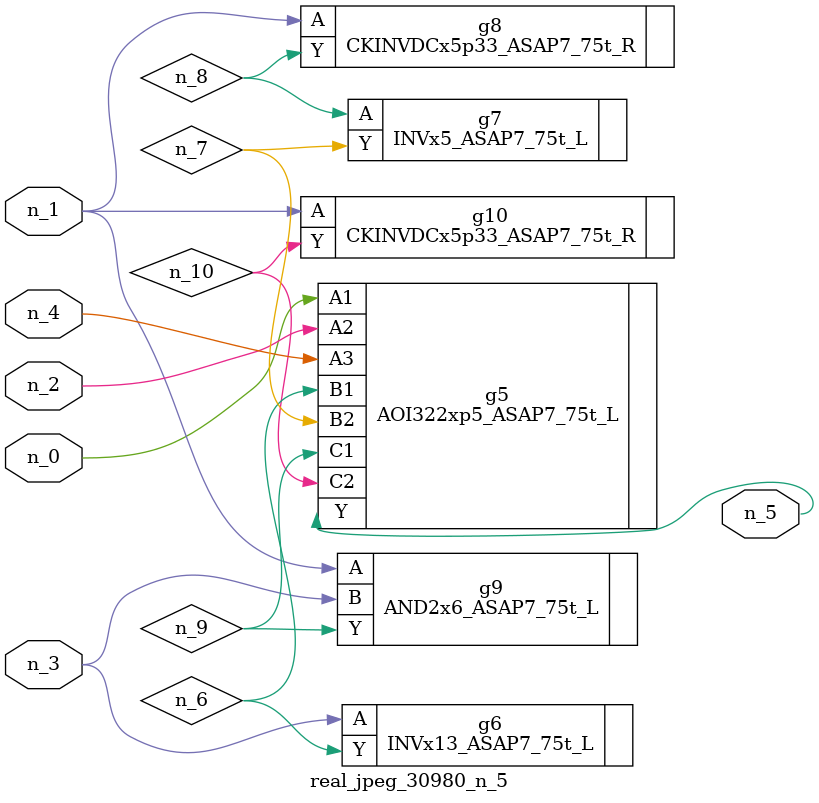
<source format=v>
module real_jpeg_30980_n_5 (n_4, n_0, n_1, n_2, n_3, n_5);

input n_4;
input n_0;
input n_1;
input n_2;
input n_3;

output n_5;

wire n_8;
wire n_6;
wire n_7;
wire n_10;
wire n_9;

AOI322xp5_ASAP7_75t_L g5 ( 
.A1(n_0),
.A2(n_2),
.A3(n_4),
.B1(n_6),
.B2(n_7),
.C1(n_9),
.C2(n_10),
.Y(n_5)
);

CKINVDCx5p33_ASAP7_75t_R g8 ( 
.A(n_1),
.Y(n_8)
);

AND2x6_ASAP7_75t_L g9 ( 
.A(n_1),
.B(n_3),
.Y(n_9)
);

CKINVDCx5p33_ASAP7_75t_R g10 ( 
.A(n_1),
.Y(n_10)
);

INVx13_ASAP7_75t_L g6 ( 
.A(n_3),
.Y(n_6)
);

INVx5_ASAP7_75t_L g7 ( 
.A(n_8),
.Y(n_7)
);


endmodule
</source>
